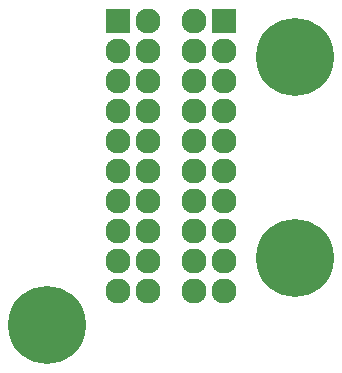
<source format=gbs>
G04 #@! TF.GenerationSoftware,KiCad,Pcbnew,(2016-12-15 revision b13c7e4)-master*
G04 #@! TF.CreationDate,2017-01-30T13:25:33-07:00*
G04 #@! TF.ProjectId,carriage_connector,63617272696167655F636F6E6E656374,0.5*
G04 #@! TF.FileFunction,Soldermask,Bot*
G04 #@! TF.FilePolarity,Negative*
%FSLAX46Y46*%
G04 Gerber Fmt 4.6, Leading zero omitted, Abs format (unit mm)*
G04 Created by KiCad (PCBNEW (2016-12-15 revision b13c7e4)-master) date Mon Jan 30 13:25:33 2017*
%MOMM*%
%LPD*%
G01*
G04 APERTURE LIST*
%ADD10C,0.100000*%
%ADD11C,6.600000*%
%ADD12R,2.127200X2.127200*%
%ADD13O,2.127200X2.127200*%
G04 APERTURE END LIST*
D10*
D11*
X156000000Y-113000000D03*
X135000000Y-118720000D03*
X156000000Y-96000000D03*
D12*
X150000000Y-93000000D03*
D13*
X147460000Y-93000000D03*
X150000000Y-95540000D03*
X147460000Y-95540000D03*
X150000000Y-98080000D03*
X147460000Y-98080000D03*
X150000000Y-100620000D03*
X147460000Y-100620000D03*
X150000000Y-103160000D03*
X147460000Y-103160000D03*
X150000000Y-105700000D03*
X147460000Y-105700000D03*
X150000000Y-108240000D03*
X147460000Y-108240000D03*
X150000000Y-110780000D03*
X147460000Y-110780000D03*
X150000000Y-113320000D03*
X147460000Y-113320000D03*
X150000000Y-115860000D03*
X147460000Y-115860000D03*
X143540000Y-115860000D03*
X141000000Y-115860000D03*
X143540000Y-113320000D03*
X141000000Y-113320000D03*
X143540000Y-110780000D03*
X141000000Y-110780000D03*
X143540000Y-108240000D03*
X141000000Y-108240000D03*
X143540000Y-105700000D03*
X141000000Y-105700000D03*
X143540000Y-103160000D03*
X141000000Y-103160000D03*
X143540000Y-100620000D03*
X141000000Y-100620000D03*
X143540000Y-98080000D03*
X141000000Y-98080000D03*
X143540000Y-95540000D03*
X141000000Y-95540000D03*
X143540000Y-93000000D03*
D12*
X141000000Y-93000000D03*
M02*

</source>
